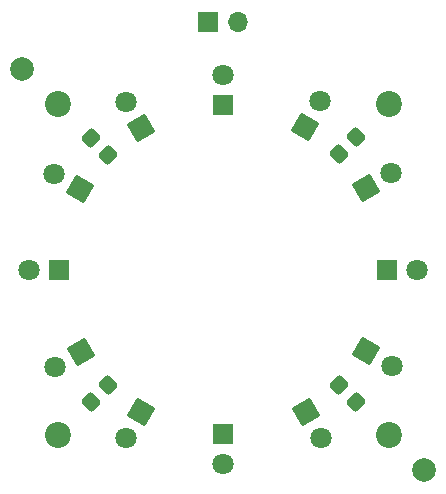
<source format=gbs>
%TF.GenerationSoftware,KiCad,Pcbnew,(6.0.1-0)*%
%TF.CreationDate,2022-03-28T18:36:01+02:00*%
%TF.ProjectId,Ring_Light_PCB,52696e67-5f4c-4696-9768-745f5043422e,1.0*%
%TF.SameCoordinates,Original*%
%TF.FileFunction,Soldermask,Bot*%
%TF.FilePolarity,Negative*%
%FSLAX46Y46*%
G04 Gerber Fmt 4.6, Leading zero omitted, Abs format (unit mm)*
G04 Created by KiCad (PCBNEW (6.0.1-0)) date 2022-03-28 18:36:01*
%MOMM*%
%LPD*%
G01*
G04 APERTURE LIST*
G04 Aperture macros list*
%AMRoundRect*
0 Rectangle with rounded corners*
0 $1 Rounding radius*
0 $2 $3 $4 $5 $6 $7 $8 $9 X,Y pos of 4 corners*
0 Add a 4 corners polygon primitive as box body*
4,1,4,$2,$3,$4,$5,$6,$7,$8,$9,$2,$3,0*
0 Add four circle primitives for the rounded corners*
1,1,$1+$1,$2,$3*
1,1,$1+$1,$4,$5*
1,1,$1+$1,$6,$7*
1,1,$1+$1,$8,$9*
0 Add four rect primitives between the rounded corners*
20,1,$1+$1,$2,$3,$4,$5,0*
20,1,$1+$1,$4,$5,$6,$7,0*
20,1,$1+$1,$6,$7,$8,$9,0*
20,1,$1+$1,$8,$9,$2,$3,0*%
%AMRotRect*
0 Rectangle, with rotation*
0 The origin of the aperture is its center*
0 $1 length*
0 $2 width*
0 $3 Rotation angle, in degrees counterclockwise*
0 Add horizontal line*
21,1,$1,$2,0,0,$3*%
G04 Aperture macros list end*
%ADD10R,1.700000X1.700000*%
%ADD11O,1.700000X1.700000*%
%ADD12RotRect,1.800000X1.800000X210.000000*%
%ADD13C,1.800000*%
%ADD14C,2.200000*%
%ADD15RotRect,1.800000X1.800000X330.000000*%
%ADD16RotRect,1.800000X1.800000X240.000000*%
%ADD17RotRect,1.800000X1.800000X300.000000*%
%ADD18R,1.800000X1.800000*%
%ADD19RotRect,1.800000X1.800000X120.000000*%
%ADD20RotRect,1.800000X1.800000X150.000000*%
%ADD21RotRect,1.800000X1.800000X60.000000*%
%ADD22RotRect,1.800000X1.800000X30.000000*%
%ADD23C,2.000000*%
%ADD24RoundRect,0.250000X-0.565685X-0.070711X-0.070711X-0.565685X0.565685X0.070711X0.070711X0.565685X0*%
%ADD25RoundRect,0.250000X0.070711X-0.565685X0.565685X-0.070711X-0.070711X0.565685X-0.565685X0.070711X0*%
%ADD26RoundRect,0.250000X-0.070711X0.565685X-0.565685X0.070711X0.070711X-0.565685X0.565685X-0.070711X0*%
%ADD27RoundRect,0.250000X0.565685X0.070711X0.070711X0.565685X-0.565685X-0.070711X-0.070711X-0.565685X0*%
G04 APERTURE END LIST*
D10*
%TO.C,J1*%
X129725000Y-68000000D03*
D11*
X132265000Y-68000000D03*
%TD*%
D12*
%TO.C,D11*%
X118970000Y-95960000D03*
D13*
X116770295Y-97230000D03*
%TD*%
D14*
%TO.C,REF\u002A\u002A*%
X117000000Y-103000000D03*
%TD*%
D15*
%TO.C,D1*%
X143060000Y-95930000D03*
D13*
X145259705Y-97200000D03*
%TD*%
D16*
%TO.C,D4*%
X124070000Y-101060000D03*
D13*
X122800000Y-103259705D03*
%TD*%
D14*
%TO.C,REF\u002A\u002A*%
X145000000Y-103000000D03*
%TD*%
%TO.C,REF\u002A\u002A*%
X145000000Y-75000000D03*
%TD*%
D17*
%TO.C,D12*%
X138002500Y-101025818D03*
D13*
X139272500Y-103225523D03*
%TD*%
D18*
%TO.C,D5*%
X144900000Y-89000000D03*
D13*
X147440000Y-89000000D03*
%TD*%
D18*
%TO.C,D8*%
X131000000Y-102900000D03*
D13*
X131000000Y-105440000D03*
%TD*%
D19*
%TO.C,D10*%
X124037500Y-76974182D03*
D13*
X122767500Y-74774477D03*
%TD*%
D18*
%TO.C,D6*%
X131000000Y-75100000D03*
D13*
X131000000Y-72560000D03*
%TD*%
D20*
%TO.C,D3*%
X118900000Y-82140000D03*
D13*
X116700295Y-80870000D03*
%TD*%
D14*
%TO.C,REF\u002A\u002A*%
X117000000Y-75000000D03*
%TD*%
D21*
%TO.C,D2*%
X137922500Y-76924182D03*
D13*
X139192500Y-74724477D03*
%TD*%
D22*
%TO.C,D9*%
X143045818Y-82067500D03*
D13*
X145245523Y-80797500D03*
%TD*%
D18*
%TO.C,D7*%
X117085000Y-89000000D03*
D13*
X114545000Y-89000000D03*
%TD*%
D23*
%TO.C,FID2*%
X114000000Y-72000000D03*
%TD*%
D24*
%TO.C,R3*%
X119792893Y-77892893D03*
X121207107Y-79307107D03*
%TD*%
D25*
%TO.C,R4*%
X119792893Y-100207107D03*
X121207107Y-98792893D03*
%TD*%
D23*
%TO.C,FID1*%
X148000000Y-106000000D03*
%TD*%
D26*
%TO.C,R2*%
X142207107Y-77792893D03*
X140792893Y-79207107D03*
%TD*%
D27*
%TO.C,R1*%
X142214214Y-100214214D03*
X140800000Y-98800000D03*
%TD*%
M02*

</source>
